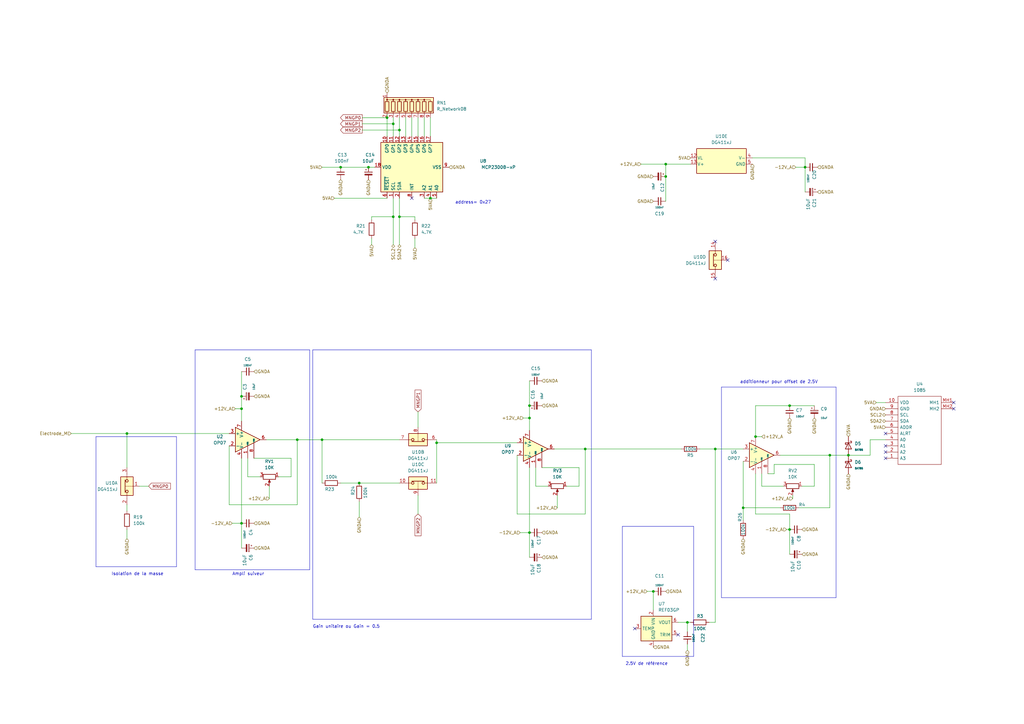
<source format=kicad_sch>
(kicad_sch (version 20230121) (generator eeschema)
  (paper "A3")
  (lib_symbols
    (symbol "1085:1085" (pin_names (offset 0.762))
      (property "Reference" "IC" (at 24.13 7.62 0))
      (property "Value" "1085" (at 24.13 5.08 0))
      (symbol "1085_0_0"
        (pin passive line (at 0 -22.86 0) (length 5.08) (name "A3") (number "1"))
        (pin passive line (at 0 0 0) (length 5.08) (name "VDD") (number "10"))
        (pin passive line (at 0 -20.32 0) (length 5.08) (name "A2") (number "2"))
        (pin passive line (at 0 -17.78 0) (length 5.08) (name "A1") (number "3"))
        (pin passive line (at 0 -15.24 0) (length 5.08) (name "A0") (number "4"))
        (pin passive line (at 0 -12.7 0) (length 5.08) (name "ALRT") (number "5"))
        (pin passive line (at 0 -10.16 0) (length 5.08) (name "ADDR") (number "6"))
        (pin passive line (at 0 -7.62 0) (length 5.08) (name "SDA") (number "7"))
        (pin passive line (at 0 -5.08 0) (length 5.08) (name "SCL") (number "8"))
        (pin passive line (at 0 -2.54 0) (length 5.08) (name "GND") (number "9"))
        (pin passive line (at 27.94 0 180) (length 5.08) (name "MH1") (number "MH1"))
        (pin passive line (at 27.94 -2.54 180) (length 5.08) (name "MH2") (number "MH2"))
      )
      (symbol "1085_0_1"
        (polyline (pts (xy 5.08 2.54) (xy 22.86 2.54) (xy 22.86 -25.4) (xy 5.08 -25.4) (xy 5.08 2.54)) (stroke (width 0.1524)))
      )
    )
    (symbol "Amplifier_Operational:OP07" (pin_names (offset 0.127))
      (property "Reference" "U" (at 1.27 6.35 0))
      (property "Value" "OP07" (at 1.27 3.81 0))
      (symbol "OP07_0_1"
        (polyline (pts (xy -5.08 5.08) (xy 5.08 0) (xy -5.08 -5.08) (xy -5.08 5.08)) (stroke (width 0.254)) (fill (type background)))
      )
      (symbol "OP07_1_1"
        (pin input line (at 0 -7.62 90) (length 5.08) (name "VOS") (number "1"))
        (pin input line (at -7.62 -2.54 0) (length 2.54) (name "-") (number "2"))
        (pin input line (at -7.62 2.54 0) (length 2.54) (name "+") (number "3"))
        (pin power_in line (at -2.54 -7.62 90) (length 3.81) (name "V-") (number "4"))
        (pin no_connect line (at 0 2.54 270) (length 2.54) hide (name "NC") (number "5"))
        (pin output line (at 7.62 0 180) (length 2.54) (name "~") (number "6"))
        (pin power_in line (at -2.54 7.62 270) (length 3.81) (name "V+") (number "7"))
        (pin input line (at 2.54 -7.62 90) (length 6.35) (name "VOS") (number "8"))
      )
    )
    (symbol "Analog_Switch:DG411xJ" (pin_names (offset 0.254))
      (property "Reference" "U" (at -3.175 5.334 0))
      (property "Value" "DG411xJ" (at -3.175 3.556 0))
      (symbol "DG411xJ_1_1"
        (rectangle (start -3.81 2.54) (end 3.81 -2.54) (stroke (width 0.254)) (fill (type background)))
        (circle (center -2.159 0) (radius 0.508) (stroke (width 0.254)))
        (polyline (pts (xy -5.08 0) (xy -2.794 0)))
        (polyline (pts (xy -2.54 0.762) (xy 2.54 0.762)) (stroke (width 0.254)))
        (polyline (pts (xy 0 -2.54) (xy 0 -2.032)))
        (polyline (pts (xy 0 -1.778) (xy 0 -1.524)))
        (polyline (pts (xy 0 -1.27) (xy 0 -1.016)))
        (polyline (pts (xy 0 -0.762) (xy 0 -0.508)))
        (polyline (pts (xy 0 -0.254) (xy 0 0)))
        (polyline (pts (xy 0 0.254) (xy 0 0.508)))
        (polyline (pts (xy 5.08 0) (xy 2.794 0)))
        (circle (center 2.159 0) (radius 0.508) (stroke (width 0.254)))
        (pin input line (at 0 -5.08 90) (length 2.54) (name "~") (number "1"))
        (pin passive line (at -7.62 0 0) (length 2.54) (name "~") (number "2"))
        (pin passive line (at 7.62 0 180) (length 2.54) (name "~") (number "3"))
      )
      (symbol "DG411xJ_2_1"
        (rectangle (start -3.81 2.54) (end 3.81 -2.54) (stroke (width 0.254)) (fill (type background)))
        (circle (center -2.159 0) (radius 0.508) (stroke (width 0.254)))
        (polyline (pts (xy -5.08 0) (xy -2.794 0)))
        (polyline (pts (xy -2.54 0.762) (xy 2.54 0.762)) (stroke (width 0.254)))
        (polyline (pts (xy 0 -2.54) (xy 0 -2.032)))
        (polyline (pts (xy 0 -1.778) (xy 0 -1.524)))
        (polyline (pts (xy 0 -1.27) (xy 0 -1.016)))
        (polyline (pts (xy 0 -0.762) (xy 0 -0.508)))
        (polyline (pts (xy 0 -0.254) (xy 0 0)))
        (polyline (pts (xy 0 0.254) (xy 0 0.508)))
        (polyline (pts (xy 5.08 0) (xy 2.794 0)))
        (circle (center 2.159 0) (radius 0.508) (stroke (width 0.254)))
        (pin passive line (at -7.62 0 0) (length 2.54) (name "~") (number "6"))
        (pin passive line (at 7.62 0 180) (length 2.54) (name "~") (number "7"))
        (pin input line (at 0 -5.08 90) (length 2.54) (name "~") (number "8"))
      )
      (symbol "DG411xJ_3_1"
        (rectangle (start -3.81 2.54) (end 3.81 -2.54) (stroke (width 0.254)) (fill (type background)))
        (circle (center -2.159 0) (radius 0.508) (stroke (width 0.254)))
        (polyline (pts (xy -5.08 0) (xy -2.794 0)))
        (polyline (pts (xy -2.54 0.762) (xy 2.54 0.762)) (stroke (width 0.254)))
        (polyline (pts (xy 0 -2.54) (xy 0 -2.032)))
        (polyline (pts (xy 0 -1.778) (xy 0 -1.524)))
        (polyline (pts (xy 0 -1.27) (xy 0 -1.016)))
        (polyline (pts (xy 0 -0.762) (xy 0 -0.508)))
        (polyline (pts (xy 0 -0.254) (xy 0 0)))
        (polyline (pts (xy 0 0.254) (xy 0 0.508)))
        (polyline (pts (xy 5.08 0) (xy 2.794 0)))
        (circle (center 2.159 0) (radius 0.508) (stroke (width 0.254)))
        (pin passive line (at -7.62 0 0) (length 2.54) (name "~") (number "10"))
        (pin passive line (at 7.62 0 180) (length 2.54) (name "~") (number "11"))
        (pin input line (at 0 -5.08 90) (length 2.54) (name "~") (number "9"))
      )
      (symbol "DG411xJ_4_1"
        (rectangle (start -3.81 2.54) (end 3.81 -2.54) (stroke (width 0.254)) (fill (type background)))
        (circle (center -2.159 0) (radius 0.508) (stroke (width 0.254)))
        (polyline (pts (xy -5.08 0) (xy -2.794 0)))
        (polyline (pts (xy -2.54 0.762) (xy 2.54 0.762)) (stroke (width 0.254)))
        (polyline (pts (xy 0 -2.54) (xy 0 -2.032)))
        (polyline (pts (xy 0 -1.778) (xy 0 -1.524)))
        (polyline (pts (xy 0 -1.27) (xy 0 -1.016)))
        (polyline (pts (xy 0 -0.762) (xy 0 -0.508)))
        (polyline (pts (xy 0 -0.254) (xy 0 0)))
        (polyline (pts (xy 0 0.254) (xy 0 0.508)))
        (polyline (pts (xy 5.08 0) (xy 2.794 0)))
        (circle (center 2.159 0) (radius 0.508) (stroke (width 0.254)))
        (pin passive line (at 7.62 0 180) (length 2.54) (name "~") (number "14"))
        (pin passive line (at -7.62 0 0) (length 2.54) (name "~") (number "15"))
        (pin input line (at 0 -5.08 90) (length 2.54) (name "~") (number "16"))
      )
      (symbol "DG411xJ_5_0"
        (pin power_in line (at 2.54 12.7 270) (length 2.54) (name "VL") (number "12"))
        (pin power_in line (at 0 12.7 270) (length 2.54) (name "V+") (number "13"))
        (pin power_in line (at 2.54 -12.7 90) (length 2.54) (name "V-") (number "4"))
        (pin power_in line (at 0 -12.7 90) (length 2.54) (name "GND") (number "5"))
      )
      (symbol "DG411xJ_5_1"
        (rectangle (start -3.81 10.16) (end 6.35 -10.16) (stroke (width 0.254)) (fill (type background)))
      )
    )
    (symbol "Device:C_Polarized_Small" (pin_numbers hide) (pin_names (offset 0.254) hide)
      (property "Reference" "C" (at 0.254 1.778 0))
      (property "Value" "C_Polarized_Small" (at 0.254 -2.032 0))
      (symbol "C_Polarized_Small_0_1"
        (rectangle (start -1.524 -0.3048) (end 1.524 -0.6858) (fill (type outline)))
        (rectangle (start -1.524 0.6858) (end 1.524 0.3048))
        (polyline (pts (xy -1.27 1.524) (xy -0.762 1.524)))
        (polyline (pts (xy -1.016 1.27) (xy -1.016 1.778)))
      )
      (symbol "C_Polarized_Small_1_1"
        (pin passive line (at 0 2.54 270) (length 1.8542) (name "~") (number "1"))
        (pin passive line (at 0 -2.54 90) (length 1.8542) (name "~") (number "2"))
      )
    )
    (symbol "Device:C_Small" (pin_numbers hide) (pin_names (offset 0.254) hide)
      (property "Reference" "C" (at 0.254 1.778 0))
      (property "Value" "C_Small" (at 0.254 -2.032 0))
      (symbol "C_Small_0_1"
        (polyline (pts (xy -1.524 -0.508) (xy 1.524 -0.508)) (stroke (width 0.3302)))
        (polyline (pts (xy -1.524 0.508) (xy 1.524 0.508)) (stroke (width 0.3048)))
      )
      (symbol "C_Small_1_1"
        (pin passive line (at 0 2.54 270) (length 2.032) (name "~") (number "1"))
        (pin passive line (at 0 -2.54 90) (length 2.032) (name "~") (number "2"))
      )
    )
    (symbol "Device:R" (pin_numbers hide) (pin_names (offset 0))
      (property "Reference" "R" (at 2.032 0 90))
      (property "Value" "R" (at 0 0 90))
      (symbol "R_0_1"
        (rectangle (start -1.016 -2.54) (end 1.016 2.54) (stroke (width 0.254)))
      )
      (symbol "R_1_1"
        (pin passive line (at 0 3.81 270) (length 1.27) (name "~") (number "1"))
        (pin passive line (at 0 -3.81 90) (length 1.27) (name "~") (number "2"))
      )
    )
    (symbol "Device:R_Network08" (pin_names (offset 0) hide)
      (property "Reference" "RN" (at -12.7 0 90))
      (property "Value" "R_Network08" (at 10.16 0 90))
      (symbol "R_Network08_0_1"
        (rectangle (start -11.43 -3.175) (end 8.89 3.175) (stroke (width 0.254)) (fill (type background)))
        (rectangle (start -10.922 1.524) (end -9.398 -2.54) (stroke (width 0.254)))
        (circle (center -10.16 2.286) (radius 0.254) (fill (type outline)))
        (rectangle (start -8.382 1.524) (end -6.858 -2.54) (stroke (width 0.254)))
        (circle (center -7.62 2.286) (radius 0.254) (fill (type outline)))
        (rectangle (start -5.842 1.524) (end -4.318 -2.54) (stroke (width 0.254)))
        (circle (center -5.08 2.286) (radius 0.254) (fill (type outline)))
        (rectangle (start -3.302 1.524) (end -1.778 -2.54) (stroke (width 0.254)))
        (circle (center -2.54 2.286) (radius 0.254) (fill (type outline)))
        (rectangle (start -0.762 1.524) (end 0.762 -2.54) (stroke (width 0.254)))
        (polyline (pts (xy -10.16 -2.54) (xy -10.16 -3.81)))
        (polyline (pts (xy -7.62 -2.54) (xy -7.62 -3.81)))
        (polyline (pts (xy -5.08 -2.54) (xy -5.08 -3.81)))
        (polyline (pts (xy -2.54 -2.54) (xy -2.54 -3.81)))
        (polyline (pts (xy 0 -2.54) (xy 0 -3.81)))
        (polyline (pts (xy 2.54 -2.54) (xy 2.54 -3.81)))
        (polyline (pts (xy 5.08 -2.54) (xy 5.08 -3.81)))
        (polyline (pts (xy 7.62 -2.54) (xy 7.62 -3.81)))
        (polyline (pts (xy -10.16 1.524) (xy -10.16 2.286) (xy -7.62 2.286) (xy -7.62 1.524)))
        (polyline (pts (xy -7.62 1.524) (xy -7.62 2.286) (xy -5.08 2.286) (xy -5.08 1.524)))
        (polyline (pts (xy -5.08 1.524) (xy -5.08 2.286) (xy -2.54 2.286) (xy -2.54 1.524)))
        (polyline (pts (xy -2.54 1.524) (xy -2.54 2.286) (xy 0 2.286) (xy 0 1.524)))
        (polyline (pts (xy 0 1.524) (xy 0 2.286) (xy 2.54 2.286) (xy 2.54 1.524)))
        (polyline (pts (xy 2.54 1.524) (xy 2.54 2.286) (xy 5.08 2.286) (xy 5.08 1.524)))
        (polyline (pts (xy 5.08 1.524) (xy 5.08 2.286) (xy 7.62 2.286) (xy 7.62 1.524)))
        (circle (center 0 2.286) (radius 0.254) (fill (type outline)))
        (rectangle (start 1.778 1.524) (end 3.302 -2.54) (stroke (width 0.254)))
        (circle (center 2.54 2.286) (radius 0.254) (fill (type outline)))
        (rectangle (start 4.318 1.524) (end 5.842 -2.54) (stroke (width 0.254)))
        (circle (center 5.08 2.286) (radius 0.254) (fill (type outline)))
        (rectangle (start 6.858 1.524) (end 8.382 -2.54) (stroke (width 0.254)))
      )
      (symbol "R_Network08_1_1"
        (pin passive line (at -10.16 5.08 270) (length 2.54) (name "common") (number "1"))
        (pin passive line (at -10.16 -5.08 90) (length 1.27) (name "R1") (number "2"))
        (pin passive line (at -7.62 -5.08 90) (length 1.27) (name "R2") (number "3"))
        (pin passive line (at -5.08 -5.08 90) (length 1.27) (name "R3") (number "4"))
        (pin passive line (at -2.54 -5.08 90) (length 1.27) (name "R4") (number "5"))
        (pin passive line (at 0 -5.08 90) (length 1.27) (name "R5") (number "6"))
        (pin passive line (at 2.54 -5.08 90) (length 1.27) (name "R6") (number "7"))
        (pin passive line (at 5.08 -5.08 90) (length 1.27) (name "R7") (number "8"))
        (pin passive line (at 7.62 -5.08 90) (length 1.27) (name "R8") (number "9"))
      )
    )
    (symbol "Device:R_Potentiometer" (pin_names (offset 1.016) hide)
      (property "Reference" "RV" (at -4.445 0 90))
      (property "Value" "R_Potentiometer" (at -2.54 0 90))
      (symbol "R_Potentiometer_0_1"
        (polyline (pts (xy 2.54 0) (xy 1.524 0)))
        (polyline (pts (xy 1.143 0) (xy 2.286 0.508) (xy 2.286 -0.508) (xy 1.143 0)) (fill (type outline)))
        (rectangle (start 1.016 2.54) (end -1.016 -2.54) (stroke (width 0.254)))
      )
      (symbol "R_Potentiometer_1_1"
        (pin passive line (at 0 3.81 270) (length 1.27) (name "1") (number "1"))
        (pin passive line (at 3.81 0 180) (length 1.27) (name "2") (number "2"))
        (pin passive line (at 0 -3.81 90) (length 1.27) (name "3") (number "3"))
      )
    )
    (symbol "Diode:BAT86" (pin_numbers hide) (pin_names (offset 1.016) hide)
      (property "Reference" "D" (at 0 2.54 0))
      (property "Value" "BAT86" (at 0 -2.54 0))
      (symbol "BAT86_0_1"
        (polyline (pts (xy 1.27 0) (xy -1.27 0)))
        (polyline (pts (xy 1.27 1.27) (xy 1.27 -1.27) (xy -1.27 0) (xy 1.27 1.27)) (stroke (width 0.254)))
        (polyline (pts (xy -1.905 0.635) (xy -1.905 1.27) (xy -1.27 1.27) (xy -1.27 -1.27) (xy -0.635 -1.27) (xy -0.635 -0.635)) (stroke (width 0.254)))
      )
      (symbol "BAT86_1_1"
        (pin passive line (at -3.81 0 0) (length 2.54) (name "K") (number "1"))
        (pin passive line (at 3.81 0 180) (length 2.54) (name "A") (number "2"))
      )
    )
    (symbol "Interface_Expansion:MCP23008-xP"
      (property "Reference" "U" (at -8.89 13.97 0))
      (property "Value" "MCP23008-xP" (at 8.89 13.97 0))
      (symbol "MCP23008-xP_0_1"
        (rectangle (start -10.16 12.7) (end 10.16 -12.7) (stroke (width 0.254)) (fill (type background)))
      )
      (symbol "MCP23008-xP_1_1"
        (pin input line (at -12.7 7.62 0) (length 2.54) (name "SCL") (number "1"))
        (pin bidirectional line (at 12.7 10.16 180) (length 2.54) (name "GP0") (number "10"))
        (pin bidirectional line (at 12.7 7.62 180) (length 2.54) (name "GP1") (number "11"))
        (pin bidirectional line (at 12.7 5.08 180) (length 2.54) (name "GP2") (number "12"))
        (pin bidirectional line (at 12.7 2.54 180) (length 2.54) (name "GP3") (number "13"))
        (pin bidirectional line (at 12.7 0 180) (length 2.54) (name "GP4") (number "14"))
        (pin bidirectional line (at 12.7 -2.54 180) (length 2.54) (name "GP5") (number "15"))
        (pin bidirectional line (at 12.7 -5.08 180) (length 2.54) (name "GP6") (number "16"))
        (pin bidirectional line (at 12.7 -7.62 180) (length 2.54) (name "GP7") (number "17"))
        (pin power_in line (at 0 15.24 270) (length 2.54) (name "VDD") (number "18"))
        (pin bidirectional line (at -12.7 5.08 0) (length 2.54) (name "SDA") (number "2"))
        (pin input line (at -12.7 -5.08 0) (length 2.54) (name "A2") (number "3"))
        (pin input line (at -12.7 -7.62 0) (length 2.54) (name "A1") (number "4"))
        (pin input line (at -12.7 -10.16 0) (length 2.54) (name "A0") (number "5"))
        (pin input line (at -12.7 10.16 0) (length 2.54) (name "~{RESET}") (number "6"))
        (pin no_connect line (at -10.16 -2.54 0) (length 2.54) hide (name "NC") (number "7"))
        (pin output line (at -12.7 0 0) (length 2.54) (name "INT") (number "8"))
        (pin power_in line (at 0 -15.24 90) (length 2.54) (name "VSS") (number "9"))
      )
    )
    (symbol "Reference_Voltage:REF03GP"
      (property "Reference" "U" (at 0.635 8.255 0))
      (property "Value" "REF03GP" (at 0.635 6.35 0))
      (symbol "REF03GP_0_1"
        (rectangle (start -5.08 5.08) (end 7.62 -5.08) (stroke (width 0.254)) (fill (type background)))
      )
      (symbol "REF03GP_1_1"
        (pin no_connect line (at 2.54 -5.08 90) (length 2.54) hide (name "NC") (number "1"))
        (pin power_in line (at 0 7.62 270) (length 2.54) (name "VIN") (number "2"))
        (pin passive line (at -7.62 0 0) (length 2.54) (name "TEMP") (number "3"))
        (pin power_in line (at 0 -7.62 90) (length 2.54) (name "GND") (number "4"))
        (pin passive line (at 10.16 -2.54 180) (length 2.54) (name "TRIM") (number "5"))
        (pin power_out line (at 10.16 2.54 180) (length 2.54) (name "VOUT") (number "6"))
        (pin no_connect line (at -2.54 -5.08 90) (length 2.54) hide (name "NC") (number "7"))
        (pin no_connect line (at 7.62 0 180) (length 2.54) hide (name "NC") (number "8"))
      )
    )
  )
  (junction (at 273.05 67.31))
  (junction (at 158.75 48.26))
  (junction (at 99.06 162.56))
  (junction (at 132.08 180.34))
  (junction (at 340.36 186.69))
  (junction (at 99.06 214.63))
  (junction (at 139.7 68.58))
  (junction (at 217.17 171.45))
  (junction (at 121.92 180.34))
  (junction (at 273.05 72.39))
  (junction (at 161.29 88.9))
  (junction (at 323.85 166.37))
  (junction (at 330.2 68.58))
  (junction (at 176.53 81.28))
  (junction (at 163.83 88.9))
  (junction (at 163.83 53.34))
  (junction (at 179.07 181.61))
  (junction (at 323.85 217.17))
  (junction (at 217.17 166.37))
  (junction (at 161.29 50.8))
  (junction (at 147.32 198.12))
  (junction (at 240.03 184.15))
  (junction (at 217.17 218.44))
  (junction (at 151.13 68.58))
  (junction (at 347.98 186.69))
  (junction (at 267.97 242.57))
  (junction (at 309.88 179.07))
  (junction (at 293.37 184.15))
  (junction (at 281.94 255.27))
  (junction (at 52.07 177.8))
  (junction (at 304.8 208.28))
  (junction (at 99.06 167.64))
  (no_connect (at 298.45 106.68))
  (no_connect (at 278.13 260.35))
  (no_connect (at 293.37 99.06))
  (no_connect (at 260.35 257.81))
  (no_connect (at 363.22 185.42))
  (no_connect (at 293.37 114.3))
  (no_connect (at 391.16 167.64))
  (no_connect (at 391.16 165.1))
  (no_connect (at 363.22 187.96))
  (no_connect (at 363.22 177.8))
  (no_connect (at 363.22 182.88))
  (no_connect (at 168.91 81.28))
  (wire (pts (xy 217.17 156.21) (xy 217.17 166.37)))
  (wire (pts (xy 171.45 203.2) (xy 171.45 210.82)))
  (wire (pts (xy 104.14 187.96) (xy 119.38 187.96)))
  (wire (pts (xy 304.8 208.28) (xy 304.8 213.36)))
  (wire (pts (xy 158.75 46.99) (xy 158.75 48.26)))
  (wire (pts (xy 163.83 100.33) (xy 163.83 88.9)))
  (wire (pts (xy 309.88 194.31) (xy 309.88 210.82)))
  (wire (pts (xy 237.49 199.39) (xy 232.41 199.39)))
  (wire (pts (xy 99.06 187.96) (xy 99.06 214.63)))
  (polyline (pts (xy 342.9 158.75) (xy 342.9 245.11)))
  (polyline (pts (xy 242.57 254) (xy 242.57 143.51)))
  (wire (pts (xy 290.83 255.27) (xy 293.37 255.27)))
  (wire (pts (xy 326.39 68.58) (xy 330.2 68.58)))
  (wire (pts (xy 312.42 194.31) (xy 312.42 199.39)))
  (polyline (pts (xy 39.37 179.07) (xy 39.37 232.41)))
  (wire (pts (xy 217.17 218.44) (xy 217.17 228.6)))
  (wire (pts (xy 121.92 180.34) (xy 121.92 207.01)))
  (wire (pts (xy 240.03 184.15) (xy 279.4 184.15)))
  (wire (pts (xy 163.83 53.34) (xy 163.83 55.88)))
  (wire (pts (xy 121.92 180.34) (xy 132.08 180.34)))
  (wire (pts (xy 323.85 217.17) (xy 323.85 227.33)))
  (wire (pts (xy 217.17 171.45) (xy 217.17 176.53)))
  (wire (pts (xy 325.12 203.2) (xy 325.12 204.47)))
  (wire (pts (xy 281.94 255.27) (xy 283.21 255.27)))
  (wire (pts (xy 262.89 67.31) (xy 273.05 67.31)))
  (wire (pts (xy 309.88 166.37) (xy 309.88 179.07)))
  (wire (pts (xy 265.43 242.57) (xy 267.97 242.57)))
  (wire (pts (xy 359.41 165.1) (xy 363.22 165.1)))
  (polyline (pts (xy 128.27 143.51) (xy 128.27 254)))
  (wire (pts (xy 119.38 195.58) (xy 114.3 195.58)))
  (wire (pts (xy 356.87 180.34) (xy 356.87 186.69)))
  (wire (pts (xy 214.63 171.45) (xy 217.17 171.45)))
  (wire (pts (xy 52.07 177.8) (xy 93.98 177.8)))
  (polyline (pts (xy 255.27 269.24) (xy 284.48 269.24)))
  (wire (pts (xy 99.06 214.63) (xy 99.06 224.79)))
  (wire (pts (xy 222.25 191.77) (xy 237.49 191.77)))
  (wire (pts (xy 323.85 166.37) (xy 334.01 166.37)))
  (wire (pts (xy 179.07 181.61) (xy 179.07 198.12)))
  (wire (pts (xy 110.49 199.39) (xy 110.49 204.47)))
  (polyline (pts (xy 255.27 215.9) (xy 284.48 215.9)))
  (wire (pts (xy 161.29 81.28) (xy 161.29 88.9)))
  (wire (pts (xy 137.16 81.28) (xy 158.75 81.28)))
  (wire (pts (xy 217.17 191.77) (xy 217.17 218.44)))
  (polyline (pts (xy 80.01 143.51) (xy 80.01 233.68)))
  (wire (pts (xy 168.91 48.26) (xy 168.91 55.88)))
  (wire (pts (xy 363.22 180.34) (xy 356.87 180.34)))
  (wire (pts (xy 330.2 68.58) (xy 330.2 78.74)))
  (wire (pts (xy 52.07 207.01) (xy 52.07 209.55)))
  (wire (pts (xy 152.4 100.33) (xy 152.4 97.79)))
  (wire (pts (xy 99.06 167.64) (xy 99.06 172.72)))
  (wire (pts (xy 340.36 186.69) (xy 320.04 186.69)))
  (wire (pts (xy 317.5 190.5) (xy 334.01 190.5)))
  (wire (pts (xy 228.6 203.2) (xy 228.6 208.28)))
  (wire (pts (xy 212.09 186.69) (xy 212.09 210.82)))
  (wire (pts (xy 152.4 88.9) (xy 161.29 88.9)))
  (wire (pts (xy 304.8 189.23) (xy 304.8 208.28)))
  (wire (pts (xy 147.32 198.12) (xy 163.83 198.12)))
  (wire (pts (xy 139.7 198.12) (xy 147.32 198.12)))
  (polyline (pts (xy 255.27 215.9) (xy 255.27 269.24)))
  (wire (pts (xy 273.05 72.39) (xy 273.05 67.31)))
  (wire (pts (xy 119.38 187.96) (xy 119.38 195.58)))
  (wire (pts (xy 219.71 191.77) (xy 219.71 199.39)))
  (wire (pts (xy 93.98 207.01) (xy 121.92 207.01)))
  (wire (pts (xy 347.98 186.69) (xy 356.87 186.69)))
  (wire (pts (xy 99.06 162.56) (xy 99.06 167.64)))
  (wire (pts (xy 293.37 184.15) (xy 293.37 255.27)))
  (wire (pts (xy 317.5 194.31) (xy 317.5 190.5)))
  (wire (pts (xy 163.83 48.26) (xy 163.83 53.34)))
  (wire (pts (xy 57.15 199.39) (xy 60.96 199.39)))
  (wire (pts (xy 173.99 81.28) (xy 176.53 81.28)))
  (polyline (pts (xy 80.01 143.51) (xy 127 143.51)))
  (wire (pts (xy 217.17 166.37) (xy 217.17 171.45)))
  (polyline (pts (xy 72.39 179.07) (xy 39.37 179.07)))
  (polyline (pts (xy 295.91 245.11) (xy 295.91 158.75)))
  (wire (pts (xy 132.08 180.34) (xy 163.83 180.34)))
  (wire (pts (xy 309.88 166.37) (xy 323.85 166.37)))
  (polyline (pts (xy 342.9 245.11) (xy 295.91 245.11)))
  (wire (pts (xy 176.53 81.28) (xy 179.07 81.28)))
  (wire (pts (xy 96.52 167.64) (xy 99.06 167.64)))
  (wire (pts (xy 52.07 177.8) (xy 52.07 191.77)))
  (polyline (pts (xy 128.27 143.51) (xy 242.57 143.51)))
  (wire (pts (xy 148.59 50.8) (xy 161.29 50.8)))
  (wire (pts (xy 323.85 210.82) (xy 323.85 217.17)))
  (wire (pts (xy 212.09 210.82) (xy 240.03 210.82)))
  (wire (pts (xy 139.7 68.58) (xy 151.13 68.58)))
  (wire (pts (xy 132.08 180.34) (xy 132.08 198.12)))
  (wire (pts (xy 152.4 90.17) (xy 152.4 88.9)))
  (wire (pts (xy 340.36 186.69) (xy 347.98 186.69)))
  (wire (pts (xy 179.07 180.34) (xy 179.07 181.61)))
  (wire (pts (xy 340.36 186.69) (xy 340.36 208.28)))
  (wire (pts (xy 179.07 181.61) (xy 212.09 181.61)))
  (wire (pts (xy 340.36 208.28) (xy 327.66 208.28)))
  (wire (pts (xy 240.03 184.15) (xy 240.03 210.82)))
  (wire (pts (xy 273.05 67.31) (xy 283.21 67.31)))
  (polyline (pts (xy 295.91 158.75) (xy 342.9 158.75)))
  (wire (pts (xy 161.29 48.26) (xy 161.29 50.8)))
  (wire (pts (xy 99.06 152.4) (xy 99.06 162.56)))
  (polyline (pts (xy 127 233.68) (xy 127 143.51)))
  (wire (pts (xy 281.94 255.27) (xy 281.94 259.08)))
  (wire (pts (xy 148.59 48.26) (xy 158.75 48.26)))
  (polyline (pts (xy 80.01 233.68) (xy 127 233.68)))
  (wire (pts (xy 176.53 48.26) (xy 176.53 55.88)))
  (wire (pts (xy 151.13 68.58) (xy 153.67 68.58)))
  (wire (pts (xy 334.01 199.39) (xy 328.93 199.39)))
  (wire (pts (xy 109.22 180.34) (xy 121.92 180.34)))
  (wire (pts (xy 52.07 217.17) (xy 52.07 220.98)))
  (wire (pts (xy 309.88 210.82) (xy 323.85 210.82)))
  (wire (pts (xy 312.42 199.39) (xy 321.31 199.39)))
  (wire (pts (xy 267.97 242.57) (xy 267.97 250.19)))
  (wire (pts (xy 93.98 182.88) (xy 93.98 207.01)))
  (wire (pts (xy 287.02 184.15) (xy 293.37 184.15)))
  (wire (pts (xy 213.36 218.44) (xy 217.17 218.44)))
  (wire (pts (xy 101.6 195.58) (xy 106.68 195.58)))
  (wire (pts (xy 147.32 205.74) (xy 147.32 212.09)))
  (wire (pts (xy 161.29 100.33) (xy 161.29 88.9)))
  (wire (pts (xy 281.94 264.16) (xy 281.94 266.7)))
  (wire (pts (xy 171.45 168.91) (xy 171.45 175.26)))
  (wire (pts (xy 158.75 48.26) (xy 158.75 55.88)))
  (polyline (pts (xy 128.27 254) (xy 242.57 254)))
  (wire (pts (xy 304.8 208.28) (xy 320.04 208.28)))
  (wire (pts (xy 273.05 82.55) (xy 273.05 72.39)))
  (wire (pts (xy 132.08 68.58) (xy 139.7 68.58)))
  (wire (pts (xy 148.59 53.34) (xy 163.83 53.34)))
  (wire (pts (xy 95.25 214.63) (xy 99.06 214.63)))
  (wire (pts (xy 330.2 64.77) (xy 330.2 68.58)))
  (wire (pts (xy 219.71 199.39) (xy 224.79 199.39)))
  (wire (pts (xy 293.37 184.15) (xy 304.8 184.15)))
  (wire (pts (xy 163.83 81.28) (xy 163.83 88.9)))
  (wire (pts (xy 170.18 88.9) (xy 163.83 88.9)))
  (polyline (pts (xy 72.39 179.07) (xy 72.39 232.41)))
  (wire (pts (xy 173.99 48.26) (xy 173.99 55.88)))
  (wire (pts (xy 171.45 48.26) (xy 171.45 55.88)))
  (polyline (pts (xy 284.48 269.24) (xy 284.48 215.9)))
  (wire (pts (xy 322.58 217.17) (xy 323.85 217.17)))
  (wire (pts (xy 101.6 187.96) (xy 101.6 195.58)))
  (wire (pts (xy 330.2 64.77) (xy 308.61 64.77)))
  (wire (pts (xy 161.29 50.8) (xy 161.29 55.88)))
  (wire (pts (xy 334.01 190.5) (xy 334.01 199.39)))
  (wire (pts (xy 170.18 101.6) (xy 170.18 97.79)))
  (wire (pts (xy 278.13 255.27) (xy 281.94 255.27)))
  (wire (pts (xy 170.18 90.17) (xy 170.18 88.9)))
  (polyline (pts (xy 39.37 232.41) (xy 72.39 232.41)))
  (wire (pts (xy 237.49 191.77) (xy 237.49 199.39)))
  (wire (pts (xy 29.21 177.8) (xy 52.07 177.8)))
  (wire (pts (xy 166.37 48.26) (xy 166.37 55.88)))
  (wire (pts (xy 314.96 194.31) (xy 317.5 194.31)))
  (wire (pts (xy 309.88 179.07) (xy 312.42 179.07)))
  (wire (pts (xy 227.33 184.15) (xy 240.03 184.15)))
  (text "Ampli suiveur" (at 95.25 236.22 0) (effects (font (size 1.27 1.27)) (justify left bottom)))
  (text "address= 0x27" (at 186.69 83.82 0) (effects (font (size 1.27 1.27)) (justify left bottom)))
  (text "Isolation de la masse\n" (at 45.72 236.22 0) (effects (font (size 1.27 1.27)) (justify left bottom)))
  (text "2.5V de référence" (at 256.54 273.05 0) (effects (font (size 1.27 1.27)) (justify left bottom)))
  (text "Gain unitaire ou Gain = 0.5" (at 128.27 257.81 0) (effects (font (size 1.27 1.27)) (justify left bottom)))
  (text "additionneur pour offset de 2.5V" (at 303.53 157.48 0) (effects (font (size 1.27 1.27)) (justify left bottom)))
  (global_label "MNGP2" (shape output) (at 148.59 53.34 180) (property "Intersheetrefs" "${INTERSHEET_REFS}" (effects hide)))
  (global_label "MNGP1" (shape input) (at 171.45 168.91 90) (property "Intersheetrefs" "${INTERSHEET_REFS}" (effects hide)))
  (global_label "MNGP2" (shape input) (at 171.45 210.82 270) (property "Intersheetrefs" "${INTERSHEET_REFS}" (effects hide)))
  (global_label "MNGP0" (shape input) (at 60.96 199.39 0) (property "Intersheetrefs" "${INTERSHEET_REFS}" (effects hide)))
  (global_label "MNGP0" (shape output) (at 148.59 48.26 180) (property "Intersheetrefs" "${INTERSHEET_REFS}" (effects hide)))
  (global_label "MNGP1" (shape output) (at 148.59 50.8 180) (property "Intersheetrefs" "${INTERSHEET_REFS}" (effects hide)))
  (hierarchical_label "5VA" (shape input) (at 152.4 100.33 270))
  (hierarchical_label "GNDA" (shape input) (at 323.85 171.45 270))
  (hierarchical_label "5VA" (shape input) (at 363.22 175.26 180))
  (hierarchical_label "GNDA" (shape input) (at 347.98 194.31 270))
  (hierarchical_label "GNDA" (shape input) (at 104.14 224.79 0))
  (hierarchical_label "GNDA" (shape input) (at 158.75 38.1 90))
  (hierarchical_label "+12V_A" (shape input) (at 325.12 204.47 180))
  (hierarchical_label "+12V_A" (shape input) (at 265.43 242.57 180))
  (hierarchical_label "-12V_A" (shape input) (at 95.25 214.63 180))
  (hierarchical_label "GNDA" (shape input) (at 104.14 214.63 0))
  (hierarchical_label "5VA" (shape input) (at 132.08 68.58 180))
  (hierarchical_label "SCL2" (shape bidirectional) (at 161.29 100.33 270))
  (hierarchical_label "GNDA" (shape input) (at 304.8 220.98 270))
  (hierarchical_label "GNDA" (shape input) (at 222.25 218.44 0))
  (hierarchical_label "GNDA" (shape input) (at 267.97 265.43 0))
  (hierarchical_label "-12V_A" (shape input) (at 322.58 217.17 180))
  (hierarchical_label "GNDA" (shape input) (at 222.25 228.6 0))
  (hierarchical_label "GNDA" (shape input) (at 52.07 220.98 270))
  (hierarchical_label "SCL2" (shape bidirectional) (at 363.22 170.18 180))
  (hierarchical_label "5VA" (shape input) (at 137.16 81.28 180))
  (hierarchical_label "+12V_A" (shape input) (at 312.42 179.07 0))
  (hierarchical_label "GNDA" (shape input) (at 151.13 73.66 270))
  (hierarchical_label "+12V_A" (shape input) (at 262.89 67.31 180))
  (hierarchical_label "GNDA" (shape input) (at 222.25 156.21 0))
  (hierarchical_label "GNDA" (shape input) (at 104.14 152.4 0))
  (hierarchical_label "GNDA" (shape input) (at 335.28 78.74 0))
  (hierarchical_label "+12V_A" (shape input) (at 228.6 208.28 180))
  (hierarchical_label "SDA2" (shape bidirectional) (at 363.22 172.72 180))
  (hierarchical_label "GNDA" (shape input) (at 328.93 217.17 0))
  (hierarchical_label "+12V_A" (shape input) (at 214.63 171.45 180))
  (hierarchical_label "GNDA" (shape input) (at 222.25 166.37 0))
  (hierarchical_label "Electrode_M" (shape input) (at 29.21 177.8 180))
  (hierarchical_label "GNDA" (shape input) (at 147.32 212.09 270))
  (hierarchical_label "GNDA" (shape input) (at 267.97 72.39 180))
  (hierarchical_label "GNDA" (shape input) (at 334.01 171.45 270))
  (hierarchical_label "5VA" (shape input) (at 347.98 179.07 90))
  (hierarchical_label "-12V_A" (shape input) (at 326.39 68.58 180))
  (hierarchical_label "GNDA" (shape input) (at 184.15 68.58 0))
  (hierarchical_label "GNDA" (shape input) (at 328.93 227.33 0))
  (hierarchical_label "GNDA" (shape input) (at 335.28 68.58 0))
  (hierarchical_label "GNDA" (shape input) (at 273.05 242.57 0))
  (hierarchical_label "5VA" (shape input) (at 176.53 81.28 270))
  (hierarchical_label "5VA" (shape input) (at 283.21 64.77 180))
  (hierarchical_label "5VA" (shape input) (at 359.41 165.1 180))
  (hierarchical_label "5VA" (shape input) (at 170.18 101.6 270))
  (hierarchical_label "+12V_A" (shape input) (at 96.52 167.64 180))
  (hierarchical_label "GNDA" (shape input) (at 104.14 162.56 0))
  (hierarchical_label "GNDA" (shape input) (at 267.97 82.55 180))
  (hierarchical_label "GNDA" (shape input) (at 281.94 266.7 270))
  (hierarchical_label "-12V_A" (shape input) (at 213.36 218.44 180))
  (hierarchical_label "GNDA" (shape input) (at 139.7 73.66 270))
  (hierarchical_label "GNDA" (shape input) (at 363.22 167.64 180))
  (hierarchical_label "SDA2" (shape bidirectional) (at 163.83 100.33 270))
  (hierarchical_label "GNDA" (shape input) (at 308.61 67.31 270))
  (hierarchical_label "+12V_A" (shape input) (at 110.49 204.47 180))
  (symbol (lib_id "Device:C_Polarized_Small") (at 326.39 227.33 270) (unit 1)
    (property "Reference" "C10" (at 327.66 229.87 0) (effects (justify left)))
    (property "Value" "10uF" (at 325.12 229.87 0) (effects (justify left)))
    (property "Footprint" "Capacitor_THT:CP_Radial_D6.3mm_P2.50mm" (effects hide))
    (property "Description" "10 µF chemical capacitor (take care of the polarity)" (effects hide))
  )
  (symbol (lib_id "Device:C_Polarized_Small") (at 101.6 224.79 270) (unit 1)
    (property "Reference" "C6" (at 102.87 227.33 0) (effects (justify left)))
    (property "Value" "10uF" (at 100.33 227.33 0) (effects (justify left)))
    (property "Footprint" "Capacitor_THT:CP_Radial_D6.3mm_P2.50mm" (effects hide))
    (property "Description" "10 µF chemical capacitor (take care of the polarity)" (effects hide))
  )
  (symbol (lib_id "Device:R") (at 152.4 93.98 0) (unit 1)
    (property "Reference" "R21" (at 146.05 92.71 0) (effects (justify left)))
    (property "Value" "4.7K" (at 144.78 95.25 0) (effects (justify left)))
    (property "Footprint" "Resistor_THT:R_Axial_DIN0207_L6.3mm_D2.5mm_P7.62mm_Horizontal" (effects hide))
    (property "Description" "4.7 kohms resistor" (effects hide))
  )
  (symbol (lib_id "Device:R") (at 283.21 184.15 90) (unit 1)
    (property "Reference" "R5" (at 284.48 186.69 90) (effects (justify left)))
    (property "Value" "100k" (at 285.75 184.15 90) (effects (justify left)))
    (property "Footprint" "Resistor_THT:R_Axial_DIN0207_L6.3mm_D2.5mm_P7.62mm_Horizontal" (effects hide))
    (property "Description" "100 kohms resistor" (effects hide))
  )
  (symbol (lib_id "Analog_Switch:DG411xJ") (at 171.45 180.34 180) (unit 2)
    (property "Reference" "U10" (at 171.45 185.42 0))
    (property "Value" "DG411xJ" (at 171.45 187.96 0))
    (property "Footprint" "Package_DIP:DIP-16_W7.62mm" (effects hide))
    (property "Datasheet" "https://datasheets.maximintegrated.com/en/ds/DG411-DG413.pdf" (effects hide))
    (property "Description" "DG411xJ (analog switch) mounted on 2x4 DIP8 socket support" (effects hide))
  )
  (symbol (lib_id "Device:R") (at 170.18 93.98 0) (unit 1)
    (property "Reference" "R22" (at 172.72 92.7099 0) (effects (justify left)))
    (property "Value" "4.7K" (at 172.72 95.2499 0) (effects (justify left)))
    (property "Footprint" "Resistor_THT:R_Axial_DIN0207_L6.3mm_D2.5mm_P7.62mm_Horizontal" (effects hide))
    (property "Description" "4.7 kohms resistor" (effects hide))
  )
  (symbol (lib_id "Interface_Expansion:MCP23008-xP") (at 168.91 68.58 90) (unit 1)
    (property "Reference" "U8" (at 198.12 66.04 90))
    (property "Value" "MCP23008-xP" (at 204.47 68.58 90))
    (property "Footprint" "Package_DIP:DIP-18_W7.62mm" (effects hide))
    (property "Datasheet" "http://ww1.microchip.com/downloads/en/DeviceDoc/MCP23008-MCP23S08-Data-Sheet-20001919F.pdf" (effects hide))
    (property "Description" "MCP23008 mounted on 2x9 DIP18 socket support" (effects hide))
  )
  (symbol (lib_id "Device:C_Polarized_Small") (at 334.01 168.91 0) (unit 1)
    (property "Reference" "C9" (at 336.55 167.7288 0) (effects (justify left)))
    (property "Value" "10uF" (at 336.55 171.45 0) (effects (font (size 0.75 0.75)) (justify left)))
    (property "Footprint" "Capacitor_THT:CP_Radial_D6.3mm_P2.50mm" (effects hide))
    (property "Description" "10 µF chemical capacitor (take care of the polarity)" (effects hide))
  )
  (symbol (lib_id "Device:R") (at 135.89 198.12 90) (unit 1)
    (property "Reference" "R23" (at 137.16 200.66 90) (effects (justify left)))
    (property "Value" "100k" (at 138.43 195.58 90) (effects (justify left)))
    (property "Footprint" "Resistor_THT:R_Axial_DIN0207_L6.3mm_D2.5mm_P7.62mm_Horizontal" (effects hide))
    (property "Description" "100 kohms resistor" (effects hide))
  )
  (symbol (lib_id "Analog_Switch:DG411xJ") (at 293.37 106.68 90) (unit 4)
    (property "Reference" "U10" (at 289.56 105.4099 90) (effects (justify left)))
    (property "Value" "DG411xJ" (at 289.56 107.9499 90) (effects (justify left)))
    (property "Footprint" "Package_DIP:DIP-16_W7.62mm" (effects hide))
    (property "Datasheet" "https://datasheets.maximintegrated.com/en/ds/DG411-DG413.pdf" (effects hide))
    (property "Description" "DG411xJ (analog switch) mounted on 2x4 DIP8 socket support" (effects hide))
  )
  (symbol (lib_id "Device:C_Polarized_Small") (at 332.74 78.74 270) (unit 1)
    (property "Reference" "C21" (at 334.01 81.28 0) (effects (justify left)))
    (property "Value" "10uF" (at 331.47 81.28 0) (effects (justify left)))
    (property "Footprint" "Capacitor_THT:CP_Radial_D6.3mm_P2.50mm" (effects hide))
    (property "Description" "10 µF chemical capacitor (take care of the polarity)" (effects hide))
  )
  (symbol (lib_id "Analog_Switch:DG411xJ") (at 295.91 67.31 90) (unit 5)
    (property "Reference" "U10" (at 295.91 55.88 90))
    (property "Value" "DG411xJ" (at 295.91 58.42 90))
    (property "Footprint" "Package_DIP:DIP-16_W7.62mm" (effects hide))
    (property "Datasheet" "https://datasheets.maximintegrated.com/en/ds/DG411-DG413.pdf" (effects hide))
    (property "Description" "DG411xJ (analog switch) mounted on 2x4 DIP8 socket support" (effects hide))
  )
  (symbol (lib_id "Device:C_Small") (at 101.6 152.4 90) (unit 1)
    (property "Reference" "C5" (at 101.6063 147.32 90))
    (property "Value" "100nF" (at 101.6063 149.86 90) (effects (font (size 0.75 0.75))))
    (property "Footprint" "Capacitor_THT:C_Disc_D8.0mm_W2.5mm_P5.00mm" (effects hide))
    (property "Description" "100 nF ceramic capacitor (no polarity)" (effects hide))
  )
  (symbol (lib_id "Device:C_Polarized_Small") (at 151.13 71.12 0) (unit 1)
    (property "Reference" "C14" (at 149.86 63.5 0) (effects (justify left)))
    (property "Value" "10uF" (at 148.59 66.04 0) (effects (justify left)))
    (property "Footprint" "Capacitor_THT:CP_Radial_D6.3mm_P2.50mm" (effects hide))
    (property "Description" "10 µF chemical capacitor (take care of the polarity)" (effects hide))
  )
  (symbol (lib_id "Reference_Voltage:REF03GP") (at 267.97 257.81 0) (unit 1)
    (property "Reference" "U7" (at 269.9894 247.65 0) (effects (justify left)))
    (property "Value" "REF03GP" (at 269.9894 250.19 0) (effects (justify left)))
    (property "Footprint" "Package_DIP:DIP-8_W7.62mm" (effects hide))
    (property "Datasheet" "https://www.analog.com/media/en/technical-documentation/data-sheets/REF01_02_03.pdf" (effects hide))
    (property "Description" "REF03GP reference voltage at 2.5V mounted on 2x4 DIP8 socket support" (effects hide))
  )
  (symbol (lib_id "Amplifier_Operational:OP07") (at 101.6 180.34 0) (unit 1)
    (property "Reference" "U2" (at 90.17 179.07 0))
    (property "Value" "OP07" (at 90.17 181.61 0))
    (property "Footprint" "Package_DIP:DIP-8_W7.62mm" (effects hide))
    (property "Datasheet" "https://www.analog.com/media/en/technical-documentation/data-sheets/OP07.pdf" (effects hide))
    (property "Description" "OP07 (analog amplificator) mounted on 2x4 DIP8 socket support" (effects hide))
  )
  (symbol (lib_id "1085:1085") (at 363.22 165.1 0) (unit 1)
    (property "Reference" "U4" (at 377.19 157.48 0))
    (property "Value" "1085" (at 377.19 160.02 0))
    (property "Footprint" "1085" (effects hide))
    (property "Datasheet" "https://cdn-shop.adafruit.com/datasheets/ads1115.pdf" (effects hide))
    (property "Description" "Data Conversion IC Development Tools ADS1115 16-Bit ADC - 4 Channel with Programmable Gain Amplifier" (effects hide))
    (property "Height" "5" (effects hide))
    (property "Manufacturer_Name" "Adafruit" (effects hide))
    (property "Manufacturer_Part_Number" "1085" (effects hide))
    (property "Mouser Part Number" "485-1085" (effects hide))
    (property "Mouser Price/Stock" "https://www.mouser.co.uk/ProductDetail/Adafruit/1085?qs=GURawfaeGuCW8oufi8WauA%3D%3D" (effects hide))
    (property "Arrow Part Number" "1085" (effects hide))
    (property "Arrow Price/Stock" "https://www.arrow.com/en/products/1085/adafruit-industries?region=nac" (effects hide))
  )
  (symbol (lib_id "Diode:BAT86") (at 347.98 190.5 270) (unit 1)
    (property "Reference" "D6" (at 350.52 189.5474 90) (effects (justify left)))
    (property "Value" "BAT86" (at 350.52 192.0874 90) (effects (font (size 0.75 0.75)) (justify left)))
    (property "Footprint" "Diode_THT:D_DO-35_SOD27_P7.62mm_Horizontal" (effects hide))
    (property "Datasheet" "https://assets.nexperia.com/documents/data-sheet/BAT86.pdf" (effects hide))
    (property "Description" "Diode BAT86" (effects hide))
  )
  (symbol (lib_id "Device:C_Small") (at 332.74 68.58 90) (unit 1)
    (property "Reference" "C20" (at 334.01 73.66 0) (effects (justify left)))
    (property "Value" "100nF" (at 331.47 74.93 0) (effects (font (size 0.75 0.75)) (justify left)))
    (property "Footprint" "Capacitor_THT:C_Disc_D8.0mm_W2.5mm_P5.00mm" (effects hide))
    (property "Description" "100 nF ceramic capacitor (no polarity)" (effects hide))
  )
  (symbol (lib_id "Device:C_Small") (at 219.71 218.44 90) (unit 1)
    (property "Reference" "C17" (at 220.98 223.52 0) (effects (justify left)))
    (property "Value" "100nF" (at 218.44 224.79 0) (effects (font (size 0.75 0.75)) (justify left)))
    (property "Footprint" "Capacitor_THT:C_Disc_D8.0mm_W2.5mm_P5.00mm" (effects hide))
    (property "Description" "100 nF ceramic capacitor (no polarity)" (effects hide))
  )
  (symbol (lib_id "Device:R_Potentiometer") (at 325.12 199.39 270) (unit 1)
    (property "Reference" "RV2" (at 325.12 193.04 90))
    (property "Value" "10K" (at 325.12 195.58 90))
    (property "Footprint" "Potentiometer_THT:Potentiometer_Bourns_3296W_Vertical" (effects hide))
    (property "Description" "Optional potentiometer resistor" (effects hide))
  )
  (symbol (lib_id "Device:C_Small") (at 326.39 217.17 90) (unit 1)
    (property "Reference" "C8" (at 327.66 222.25 0) (effects (justify left)))
    (property "Value" "100nF" (at 325.12 223.52 0) (effects (font (size 0.75 0.75)) (justify left)))
    (property "Footprint" "Capacitor_THT:C_Disc_D8.0mm_W2.5mm_P5.00mm" (effects hide))
    (property "Description" "100 nF ceramic capacitor (no polarity)" (effects hide))
  )
  (symbol (lib_id "Amplifier_Operational:OP07") (at 312.42 186.69 0) (unit 1)
    (property "Reference" "U6" (at 300.99 185.42 0))
    (property "Value" "OP07" (at 300.99 187.96 0))
    (property "Footprint" "Package_DIP:DIP-8_W7.62mm" (effects hide))
    (property "Datasheet" "https://www.analog.com/media/en/technical-documentation/data-sheets/OP07.pdf" (effects hide))
    (property "Description" "OP07 (analog amplificator) mounted on 2x4 DIP8 socket support" (effects hide))
  )
  (symbol (lib_id "Device:R_Potentiometer") (at 228.6 199.39 270) (unit 1)
    (property "Reference" "RV3" (at 228.6 193.04 90))
    (property "Value" "10K" (at 228.6 195.58 90))
    (property "Footprint" "Potentiometer_THT:Potentiometer_Bourns_3296W_Vertical" (effects hide))
    (property "Description" "Optional potentiometer resistor" (effects hide))
  )
  (symbol (lib_id "Analog_Switch:DG411xJ") (at 52.07 199.39 90) (unit 1)
    (property "Reference" "U10" (at 48.26 198.1199 90) (effects (justify left)))
    (property "Value" "DG411xJ" (at 48.26 200.6599 90) (effects (justify left)))
    (property "Footprint" "Package_DIP:DIP-16_W7.62mm" (effects hide))
    (property "Datasheet" "https://datasheets.maximintegrated.com/en/ds/DG411-DG413.pdf" (effects hide))
    (property "Description" "DG411xJ (analog switch) mounted on 2x4 DIP8 socket support" (effects hide))
  )
  (symbol (lib_id "Device:R") (at 147.32 201.93 0) (unit 1)
    (property "Reference" "R24" (at 144.78 203.2 90) (effects (justify left)))
    (property "Value" "100k" (at 149.86 204.47 90) (effects (justify left)))
    (property "Footprint" "Resistor_THT:R_Axial_DIN0207_L6.3mm_D2.5mm_P7.62mm_Horizontal" (effects hide))
    (property "Description" "100 kohms resistor" (effects hide))
  )
  (symbol (lib_id "Analog_Switch:DG411xJ") (at 171.45 198.12 0) (unit 3)
    (property "Reference" "U10" (at 171.45 190.5 0))
    (property "Value" "DG411xJ" (at 171.45 193.04 0))
    (property "Footprint" "Package_DIP:DIP-16_W7.62mm" (effects hide))
    (property "Datasheet" "https://datasheets.maximintegrated.com/en/ds/DG411-DG413.pdf" (effects hide))
    (property "Description" "DG411xJ (analog switch) mounted on 2x4 DIP8 socket support" (effects hide))
  )
  (symbol (lib_id "Device:R_Network08") (at 168.91 43.18 0) (unit 1)
    (property "Reference" "RN1" (at 179.07 42.1639 0) (effects (justify left)))
    (property "Value" "R_Network08" (at 179.07 44.7039 0) (effects (justify left)))
    (property "Footprint" "Resistor_THT:R_Array_SIP9" (effects hide))
    (property "Datasheet" "http://www.vishay.com/docs/31509/csc.pdf" (effects hide))
    (property "Description" "Pull down resistor to switch off DG411" (effects hide))
  )
  (symbol (lib_id "Device:C_Polarized_Small") (at 101.6 162.56 90) (unit 1)
    (property "Reference" "C3" (at 100.4188 160.02 0) (effects (justify left)))
    (property "Value" "10uF" (at 104.14 160.02 0) (effects (font (size 0.75 0.75)) (justify left)))
    (property "Footprint" "Capacitor_THT:CP_Radial_D6.3mm_P2.50mm" (effects hide))
    (property "Description" "10 µF chemical capacitor (take care of the polarity)" (effects hide))
  )
  (symbol (lib_id "Device:C_Polarized_Small") (at 219.71 228.6 270) (unit 1)
    (property "Reference" "C18" (at 220.98 231.14 0) (effects (justify left)))
    (property "Value" "10uF" (at 218.44 231.14 0) (effects (justify left)))
    (property "Footprint" "Capacitor_THT:CP_Radial_D6.3mm_P2.50mm" (effects hide))
    (property "Description" "10 µF chemical capacitor (take care of the polarity)" (effects hide))
  )
  (symbol (lib_id "Device:C_Small") (at 270.51 242.57 90) (unit 1)
    (property "Reference" "C11" (at 270.5163 236.22 90))
    (property "Value" "100nF" (at 270.5163 240.03 90) (effects (font (size 0.75 0.75))))
    (property "Footprint" "Capacitor_THT:C_Disc_D8.0mm_W2.5mm_P5.00mm" (effects hide))
    (property "Description" "100 nF ceramic capacitor (no polarity)" (effects hide))
  )
  (symbol (lib_id "Device:C_Polarized_Small") (at 219.71 166.37 90) (unit 1)
    (property "Reference" "C16" (at 218.5288 163.83 0) (effects (justify left)))
    (property "Value" "10uF" (at 222.25 163.83 0) (effects (font (size 0.75 0.75)) (justify left)))
    (property "Footprint" "Capacitor_THT:CP_Radial_D6.3mm_P2.50mm" (effects hide))
    (property "Description" "10 µF chemical capacitor (take care of the polarity)" (effects hide))
  )
  (symbol (lib_id "Device:R") (at 52.07 213.36 0) (unit 1)
    (property "Reference" "R19" (at 54.61 212.0899 0) (effects (justify left)))
    (property "Value" "100k" (at 54.61 214.6299 0) (effects (justify left)))
    (property "Footprint" "Resistor_THT:R_Axial_DIN0207_L6.3mm_D2.5mm_P7.62mm_Horizontal" (effects hide))
    (property "Description" "100 kohms resistor" (effects hide))
  )
  (symbol (lib_id "Device:R") (at 287.02 255.27 270) (unit 1)
    (property "Reference" "R3" (at 285.75 252.73 90) (effects (justify left)))
    (property "Value" "100K" (at 284.48 257.81 90) (effects (justify left)))
    (property "Footprint" "Resistor_THT:R_Axial_DIN0207_L6.3mm_D2.5mm_P7.62mm_Horizontal" (effects hide))
    (property "Description" "100 kohms resistor" (effects hide))
  )
  (symbol (lib_id "Device:C_Small") (at 270.51 82.55 270) (unit 1)
    (property "Reference" "C19" (at 270.5037 87.63 90))
    (property "Value" "100nF" (at 270.5037 85.09 90) (effects (font (size 0.75 0.75))))
    (property "Footprint" "Capacitor_THT:C_Disc_D8.0mm_W2.5mm_P5.00mm" (effects hide))
    (property "Description" "100 nF ceramic capacitor (no polarity)" (effects hide))
  )
  (symbol (lib_id "Device:R") (at 304.8 217.17 180) (unit 1)
    (property "Reference" "R26" (at 303.53 212.09 90))
    (property "Value" "100k" (at 304.8 217.17 90))
    (property "Footprint" "Resistor_THT:R_Axial_DIN0207_L6.3mm_D2.5mm_P7.62mm_Horizontal" (effects hide))
    (property "Description" "100 kohms resistor" (effects hide))
  )
  (symbol (lib_id "Device:C_Small") (at 281.94 261.62 0) (unit 1)
    (property "Reference" "C22" (at 288.29 261.6263 90))
    (property "Value" "100nF" (at 284.48 261.6263 90) (effects (font (size 0.75 0.75))))
    (property "Footprint" "Capacitor_THT:C_Disc_D8.0mm_W2.5mm_P5.00mm" (effects hide))
    (property "Description" "100 nF ceramic capacitor (no polarity)" (effects hide))
  )
  (symbol (lib_id "Device:C_Small") (at 219.71 156.21 90) (unit 1)
    (property "Reference" "C15" (at 219.7163 151.13 90))
    (property "Value" "100nF" (at 219.7163 153.67 90) (effects (font (size 0.75 0.75))))
    (property "Footprint" "Capacitor_THT:C_Disc_D8.0mm_W2.5mm_P5.00mm" (effects hide))
    (property "Description" "100 nF ceramic capacitor (no polarity)" (effects hide))
  )
  (symbol (lib_id "Device:C_Small") (at 101.6 214.63 90) (unit 1)
    (property "Reference" "C4" (at 102.87 219.71 0) (effects (justify left)))
    (property "Value" "100nF" (at 100.33 220.98 0) (effects (font (size 0.75 0.75)) (justify left)))
    (property "Footprint" "Capacitor_THT:C_Disc_D8.0mm_W2.5mm_P5.00mm" (effects hide))
    (property "Description" "100 nF ceramic capacitor (no polarity)" (effects hide))
  )
  (symbol (lib_id "Device:R") (at 323.85 208.28 90) (unit 1)
    (property "Reference" "R4" (at 328.93 207.01 90))
    (property "Value" "100k" (at 323.85 208.28 90))
    (property "Footprint" "Resistor_THT:R_Axial_DIN0207_L6.3mm_D2.5mm_P7.62mm_Horizontal" (effects hide))
    (property "Description" "100 kohms resistor" (effects hide))
  )
  (symbol (lib_id "Device:C_Small") (at 139.7 71.12 0) (unit 1)
    (property "Reference" "C13" (at 138.43 63.5 0) (effects (justify left)))
    (property "Value" "100nF" (at 137.16 66.04 0) (effects (justify left)))
    (property "Footprint" "Capacitor_THT:C_Disc_D8.0mm_W2.5mm_P5.00mm" (effects hide))
    (property "Description" "100 nF ceramic capacitor (no polarity)" (effects hide))
  )
  (symbol (lib_id "Device:C_Polarized_Small") (at 270.51 72.39 270) (unit 1)
    (property "Reference" "C12" (at 271.6912 74.93 0) (effects (justify left)))
    (property "Value" "10uF" (at 267.97 74.93 0) (effects (font (size 0.75 0.75)) (justify left)))
    (property "Footprint" "Capacitor_THT:CP_Radial_D6.3mm_P2.50mm" (effects hide))
    (property "Description" "10 µF chemical capacitor (take care of the polarity)" (effects hide))
  )
  (symbol (lib_id "Device:R_Potentiometer") (at 110.49 195.58 270) (unit 1)
    (property "Reference" "RV1" (at 110.49 189.23 90))
    (property "Value" "10K" (at 110.49 191.77 90))
    (property "Footprint" "Potentiometer_THT:Potentiometer_Bourns_3296W_Vertical" (effects hide))
    (property "Description" "Optional potentiometer resistor" (effects hide))
  )
  (symbol (lib_id "Amplifier_Operational:OP07") (at 219.71 184.15 0) (unit 1)
    (property "Reference" "U9" (at 208.28 182.88 0))
    (property "Value" "OP07" (at 208.28 185.42 0))
    (property "Footprint" "Package_DIP:DIP-8_W7.62mm" (effects hide))
    (property "Datasheet" "https://www.analog.com/media/en/technical-documentation/data-sheets/OP07.pdf" (effects hide))
    (property "Description" "OP07 (analog amplificator) mounted on 2x4 DIP8 socket support" (effects hide))
  )
  (symbol (lib_id "Diode:BAT86") (at 347.98 182.88 270) (unit 1)
    (property "Reference" "D5" (at 350.52 181.9274 90) (effects (justify left)))
    (property "Value" "BAT86" (at 350.52 184.4674 90) (effects (font (size 0.75 0.75)) (justify left)))
    (property "Footprint" "Diode_THT:D_DO-35_SOD27_P7.62mm_Horizontal" (effects hide))
    (property "Datasheet" "https://assets.nexperia.com/documents/data-sheet/BAT86.pdf" (effects hide))
    (property "Description" "Diode BAT86" (effects hide))
  )
  (symbol (lib_id "Device:C_Small") (at 323.85 168.91 0) (unit 1)
    (property "Reference" "C7" (at 326.39 168.2812 0) (effects (justify left)))
    (property "Value" "100nF" (at 326.39 170.8212 0) (effects (font (size 0.75 0.75)) (justify left)))
    (property "Footprint" "Capacitor_THT:C_Disc_D8.0mm_W2.5mm_P5.00mm" (effects hide))
    (property "Description" "100 nF ceramic capacitor (no polarity)" (effects hide))
  )
)
</source>
